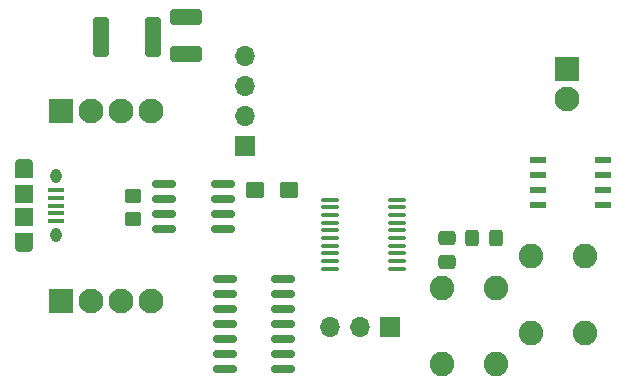
<source format=gbr>
%TF.GenerationSoftware,KiCad,Pcbnew,6.0.11-2627ca5db0~126~ubuntu22.04.1*%
%TF.CreationDate,2023-03-06T02:01:17-05:00*%
%TF.ProjectId,canbus-kline-bridge,63616e62-7573-42d6-9b6c-696e652d6272,1.0*%
%TF.SameCoordinates,Original*%
%TF.FileFunction,Soldermask,Top*%
%TF.FilePolarity,Negative*%
%FSLAX46Y46*%
G04 Gerber Fmt 4.6, Leading zero omitted, Abs format (unit mm)*
G04 Created by KiCad (PCBNEW 6.0.11-2627ca5db0~126~ubuntu22.04.1) date 2023-03-06 02:01:17*
%MOMM*%
%LPD*%
G01*
G04 APERTURE LIST*
G04 Aperture macros list*
%AMRoundRect*
0 Rectangle with rounded corners*
0 $1 Rounding radius*
0 $2 $3 $4 $5 $6 $7 $8 $9 X,Y pos of 4 corners*
0 Add a 4 corners polygon primitive as box body*
4,1,4,$2,$3,$4,$5,$6,$7,$8,$9,$2,$3,0*
0 Add four circle primitives for the rounded corners*
1,1,$1+$1,$2,$3*
1,1,$1+$1,$4,$5*
1,1,$1+$1,$6,$7*
1,1,$1+$1,$8,$9*
0 Add four rect primitives between the rounded corners*
20,1,$1+$1,$2,$3,$4,$5,0*
20,1,$1+$1,$4,$5,$6,$7,0*
20,1,$1+$1,$6,$7,$8,$9,0*
20,1,$1+$1,$8,$9,$2,$3,0*%
G04 Aperture macros list end*
%ADD10RoundRect,0.150000X-0.825000X-0.150000X0.825000X-0.150000X0.825000X0.150000X-0.825000X0.150000X0*%
%ADD11R,1.460500X0.533400*%
%ADD12R,1.700000X1.700000*%
%ADD13O,1.700000X1.700000*%
%ADD14R,2.100000X2.100000*%
%ADD15C,2.100000*%
%ADD16RoundRect,0.250000X0.450000X-0.350000X0.450000X0.350000X-0.450000X0.350000X-0.450000X-0.350000X0*%
%ADD17RoundRect,0.250000X-0.475000X0.337500X-0.475000X-0.337500X0.475000X-0.337500X0.475000X0.337500X0*%
%ADD18C,2.082800*%
%ADD19RoundRect,0.250000X-0.400000X-1.450000X0.400000X-1.450000X0.400000X1.450000X-0.400000X1.450000X0*%
%ADD20RoundRect,0.250000X-0.537500X-0.425000X0.537500X-0.425000X0.537500X0.425000X-0.537500X0.425000X0*%
%ADD21RoundRect,0.250000X1.100000X-0.412500X1.100000X0.412500X-1.100000X0.412500X-1.100000X-0.412500X0*%
%ADD22RoundRect,0.100000X0.637500X0.100000X-0.637500X0.100000X-0.637500X-0.100000X0.637500X-0.100000X0*%
%ADD23R,1.350000X0.400000*%
%ADD24R,1.550000X1.500000*%
%ADD25R,1.550000X1.200000*%
%ADD26O,0.950000X1.250000*%
%ADD27O,1.550000X0.890000*%
%ADD28RoundRect,0.250000X-0.325000X-0.450000X0.325000X-0.450000X0.325000X0.450000X-0.325000X0.450000X0*%
%ADD29RoundRect,0.150000X0.825000X0.150000X-0.825000X0.150000X-0.825000X-0.150000X0.825000X-0.150000X0*%
G04 APERTURE END LIST*
D10*
%TO.C,U7*%
X73520000Y-92230000D03*
X73520000Y-93500000D03*
X73520000Y-94770000D03*
X73520000Y-96040000D03*
X73520000Y-97310000D03*
X73520000Y-98580000D03*
X73520000Y-99850000D03*
X78470000Y-99850000D03*
X78470000Y-98580000D03*
X78470000Y-97310000D03*
X78470000Y-96040000D03*
X78470000Y-94770000D03*
X78470000Y-93500000D03*
X78470000Y-92230000D03*
%TD*%
D11*
%TO.C,U5*%
X105484150Y-86015000D03*
X105484150Y-84745000D03*
X105484150Y-83475000D03*
X105484150Y-82205000D03*
X100035850Y-82205000D03*
X100035850Y-83475000D03*
X100035850Y-84745000D03*
X100035850Y-86015000D03*
%TD*%
D12*
%TO.C,U3*%
X75247300Y-81002600D03*
D13*
X75247300Y-78462600D03*
X75247300Y-75922600D03*
X75247300Y-73382600D03*
%TD*%
D14*
%TO.C,J6*%
X102470000Y-74520000D03*
D15*
X102470000Y-77060000D03*
%TD*%
D14*
%TO.C,J5*%
X59625000Y-94100000D03*
D15*
X62165000Y-94100000D03*
X64705000Y-94100000D03*
X67245000Y-94100000D03*
%TD*%
D12*
%TO.C,J2*%
X87490000Y-96350000D03*
D13*
X84950000Y-96350000D03*
X82410000Y-96350000D03*
%TD*%
D16*
%TO.C,R10*%
X65700000Y-87200000D03*
X65700000Y-85200000D03*
%TD*%
D17*
%TO.C,C3*%
X92325000Y-88762500D03*
X92325000Y-90837500D03*
%TD*%
D18*
%TO.C,S1*%
X96435600Y-92998800D03*
X96435600Y-99501200D03*
X91914400Y-92998800D03*
X91914400Y-99501200D03*
%TD*%
D19*
%TO.C,F1*%
X63000000Y-71775000D03*
X67450000Y-71775000D03*
%TD*%
D20*
%TO.C,C6*%
X76100000Y-84725000D03*
X78975000Y-84725000D03*
%TD*%
D14*
%TO.C,J4*%
X59660000Y-78075000D03*
D15*
X62200000Y-78075000D03*
X64740000Y-78075000D03*
X67280000Y-78075000D03*
%TD*%
D21*
%TO.C,C5*%
X70225000Y-73175000D03*
X70225000Y-70050000D03*
%TD*%
D22*
%TO.C,U2*%
X88125000Y-91400000D03*
X88125000Y-90750000D03*
X88125000Y-90100000D03*
X88125000Y-89450000D03*
X88125000Y-88800000D03*
X88125000Y-88150000D03*
X88125000Y-87500000D03*
X88125000Y-86850000D03*
X88125000Y-86200000D03*
X88125000Y-85550000D03*
X82400000Y-85550000D03*
X82400000Y-86200000D03*
X82400000Y-86850000D03*
X82400000Y-87500000D03*
X82400000Y-88150000D03*
X82400000Y-88800000D03*
X82400000Y-89450000D03*
X82400000Y-90100000D03*
X82400000Y-90750000D03*
X82400000Y-91400000D03*
%TD*%
D18*
%TO.C,S2*%
X103960600Y-90323800D03*
X103960600Y-96826200D03*
X99439400Y-90323800D03*
X99439400Y-96826200D03*
%TD*%
D23*
%TO.C,J1*%
X59210000Y-84750000D03*
X59210000Y-85400000D03*
X59210000Y-86050000D03*
X59210000Y-86700000D03*
X59210000Y-87350000D03*
D24*
X56510000Y-87050000D03*
X56510000Y-85050000D03*
D25*
X56510000Y-88950000D03*
D26*
X59210000Y-83550000D03*
D27*
X56510000Y-82550000D03*
X56510000Y-89550000D03*
D25*
X56510000Y-83150000D03*
D26*
X59210000Y-88550000D03*
%TD*%
D28*
%TO.C,FB1*%
X94400000Y-88775000D03*
X96450000Y-88775000D03*
%TD*%
D29*
%TO.C,U4*%
X73325000Y-88015000D03*
X73325000Y-86745000D03*
X73325000Y-85475000D03*
X73325000Y-84205000D03*
X68375000Y-84205000D03*
X68375000Y-85475000D03*
X68375000Y-86745000D03*
X68375000Y-88015000D03*
%TD*%
M02*

</source>
